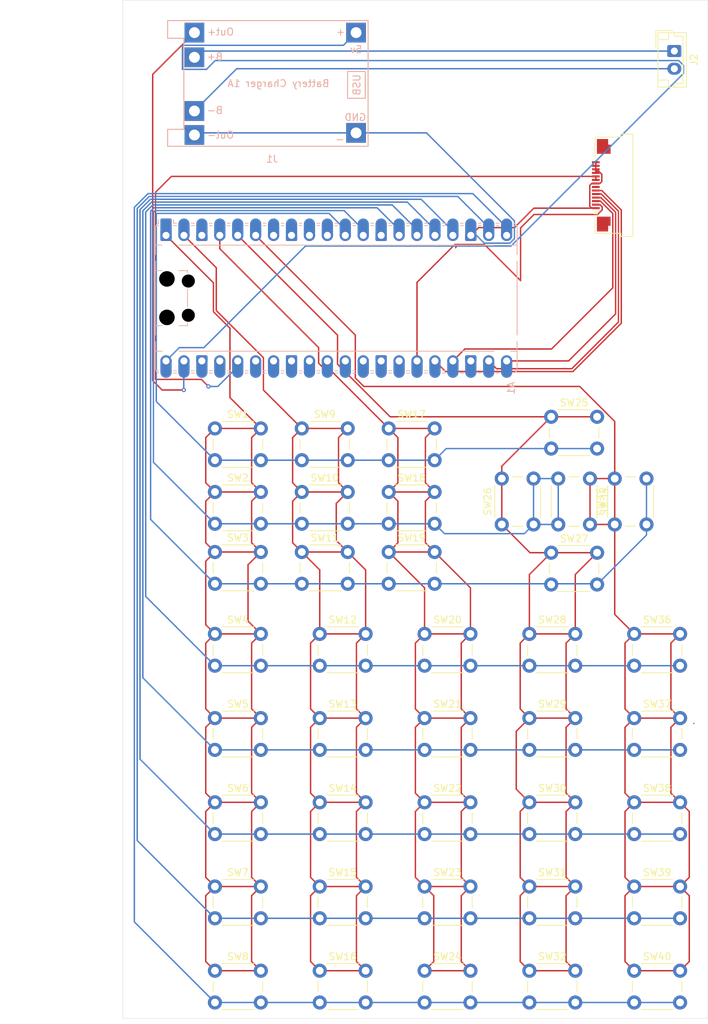
<source format=kicad_pcb>
(kicad_pcb (version 20241229) (generator "pcbnew") (generator_version "9.0")
  (layers (0 "F.Cu" signal) (2 "B.Cu" signal) (13 "F.Paste" user) (15 "B.Paste" user) (5 "F.SilkS" user "F.Silkscreen") (7 "B.SilkS" user "B.Silkscreen") (1 "F.Mask" user) (3 "B.Mask" user) (25 "Edge.Cuts" user))
  (net 0 "")
  (net 6 "/Vbus")
  (net 10 "/Vsys")
  (net 12 "/C1")
  (net 13 "/L1")
  (net 14 "/L2")
  (net 15 "/L3")
  (net 16 "/L4")
  (net 17 "/L5")
  (net 18 "/L6")
  (net 19 "/L7")
  (net 20 "/L8")
  (net 21 "/C2")
  (net 22 "/C3")
  (net 23 "/C4")
  (net 24 "/C5")
  (net 25 "/C6")
  (net 26 "/C7")
  (net 27 "/C8")
  (net 28 "/GPIO16")
  (net 29 "/GPIO19")
  (net 30 "+3V3")
  (net 31 "/GPIO20")
  (net 32 "/GPIO18")
  (net 33 "GND")
  (net 34 "/GPIO17")
  (net 35 "/B+")
  (net 36 "/B-")
  (footprint "Button_Switch_THT:SW_PUSH_6mm" (layer "F.Cu") (at 174.31625 150.81875)
    (property "Reference" "SW39")
    (property "Value" "53")
  )
  (footprint "Button_Switch_THT:SW_PUSH_6mm" (layer "F.Cu") (at 159.46625 138.89375)
    (property "Reference" "SW30")
    (property "Value" "46")
  )
  (footprint "Button_Switch_THT:SW_PUSH_6mm" (layer "F.Cu") (at 114.91625 115.04375)
    (property "Reference" "SW4")
    (property "Value" "14")
  )
  (footprint "Button_Switch_THT:SW_PUSH_6mm" (layer "F.Cu") (at 155.55625 99.54375 90)
    (property "Reference" "SW26")
    (property "Value" "42")
  )
  (footprint "Button_Switch_THT:SW_PUSH_6mm" (layer "F.Cu") (at 162.55625 84.29375)
    (property "Reference" "SW25")
    (property "Value" "41")
  )
  (footprint "Button_Switch_THT:SW_PUSH_6mm" (layer "F.Cu") (at 159.46625 115.04375)
    (property "Reference" "SW28")
    (property "Value" "44")
  )
  (footprint "Button_Switch_THT:SW_PUSH_6mm" (layer "F.Cu") (at 127.22625 103.44375)
    (property "Reference" "SW11")
    (property "Value" "23")
  )
  (footprint "Button_Switch_THT:SW_PUSH_6mm" (layer "F.Cu") (at 114.91625 126.96875)
    (property "Reference" "SW5")
    (property "Value" "15")
  )
  (footprint "Button_Switch_THT:SW_PUSH_6mm" (layer "F.Cu") (at 129.76625 150.81875)
    (property "Reference" "SW15")
    (property "Value" "27")
  )
  (footprint "Button_Switch_THT:SW_PUSH_6mm" (layer "F.Cu") (at 144.61625 150.81875)
    (property "Reference" "SW23")
    (property "Value" "37")
  )
  (footprint "Button_Switch_THT:SW_PUSH_6mm" (layer "F.Cu") (at 114.91625 162.74375)
    (property "Reference" "SW8")
    (property "Value" "18")
  )
  (footprint "Button_Switch_THT:SW_PUSH_6mm" (layer "F.Cu") (at 144.61625 115.04375)
    (property "Reference" "SW20")
    (property "Value" "34")
  )
  (footprint "Button_Switch_THT:SW_PUSH_6mm" (layer "F.Cu") (at 139.53625 94.94375)
    (property "Reference" "SW18")
    (property "Value" "32")
  )
  (footprint "Button_Switch_THT:SW_PUSH_6mm" (layer "F.Cu") (at 129.76625 126.96875)
    (property "Reference" "SW13")
    (property "Value" "25")
  )
  (footprint "Button_Switch_THT:SW_PUSH_6mm" (layer "F.Cu") (at 144.61625 126.96875)
    (property "Reference" "SW21")
    (property "Value" "35")
  )
  (footprint "Button_Switch_THT:SW_PUSH_6mm" (layer "F.Cu") (at 144.61625 162.74375)
    (property "Reference" "SW24")
    (property "Value" "38")
  )
  (footprint "Button_Switch_THT:SW_PUSH_6mm" (layer "F.Cu") (at 159.46625 162.74375)
    (property "Reference" "SW32")
    (property "Value" "48")
  )
  (footprint "Button_Switch_THT:SW_PUSH_6mm" (layer "F.Cu") (at 114.91625 85.94375)
    (property "Reference" "SW1")
    (property "Value" "11")
  )
  (footprint "Button_Switch_THT:SW_PUSH_6mm" (layer "F.Cu") (at 159.46625 150.81875)
    (property "Reference" "SW31")
    (property "Value" "47")
  )
  (footprint "Button_Switch_THT:SW_PUSH_6mm" (layer "F.Cu") (at 174.31625 162.74375)
    (property "Reference" "SW40")
    (property "Value" "58")
  )
  (footprint "Button_Switch_THT:SW_PUSH_6mm" (layer "F.Cu") (at 127.22625 85.94375)
    (property "Reference" "SW9")
    (property "Value" "21")
  )
  (footprint "Button_Switch_THT:SW_PUSH_6mm" (layer "F.Cu") (at 168.05625 93.04375 -90)
    (property "Reference" "SW34")
    (property "Value" "52")
  )
  (footprint "Button_Switch_THT:SW_PUSH_6mm" (layer "F.Cu") (at 162.55625 103.54375)
    (property "Reference" "SW27")
    (property "Value" "43")
  )
  (footprint "Button_Switch_THT:SW_PUSH_6mm" (layer "F.Cu") (at 129.76625 162.74375)
    (property "Reference" "SW16")
    (property "Value" "28")
  )
  (footprint "Button_Switch_THT:SW_PUSH_6mm" (layer "F.Cu") (at 139.53625 85.94375)
    (property "Reference" "SW17")
    (property "Value" "31")
  )
  (footprint "Button_Switch_THT:SW_PUSH_6mm" (layer "F.Cu") (at 174.31625 138.89375)
    (property "Reference" "SW38")
    (property "Value" "56")
  )
  (footprint "Button_Switch_THT:SW_PUSH_6mm" (layer "F.Cu") (at 139.53625 103.44375)
    (property "Reference" "SW19")
    (property "Value" "33")
  )
  (footprint "Button_Switch_THT:SW_PUSH_6mm" (layer "F.Cu") (at 174.31625 115.04375)
    (property "Reference" "SW36")
    (property "Value" "54")
  )
  (footprint "Button_Switch_THT:SW_PUSH_6mm" (layer "F.Cu") (at 129.76625 138.89375)
    (property "Reference" "SW14")
    (property "Value" "26")
  )
  (footprint "Button_Switch_THT:SW_PUSH_6mm" (layer "F.Cu") (at 114.91625 94.94375)
    (property "Reference" "SW2")
    (property "Value" "12")
  )
  (footprint "Button_Switch_THT:SW_PUSH_6mm" (layer "F.Cu") (at 144.61625 138.89375)
    (property "Reference" "SW22")
    (property "Value" "36")
  )
  (footprint "Connector_FFC-FPC:Amphenol_F32Q-1A7x1-11014_1x14-1MP_P0.5mm_Horizontal" (layer "F.Cu") (at 171.775 51.5 90)
    (property "Reference" "J4" (hide yes))
    (property "Value" "Conn_01x14_MountingPin")
  )
  (footprint "Button_Switch_THT:SW_PUSH_6mm" (layer "F.Cu") (at 129.76625 115.04375)
    (property "Reference" "SW12")
    (property "Value" "24")
  )
  (footprint "Connector_JST:JST_EH_B2B-EH-A_1x02_P2.50mm_Vertical" (layer "F.Cu") (at 180 32.5 -90)
    (property "Reference" "J2")
    (property "Value" "Battery")
  )
  (footprint "Button_Switch_THT:SW_PUSH_6mm" (layer "F.Cu") (at 114.91625 103.44375)
    (property "Reference" "SW3")
    (property "Value" "13")
  )
  (footprint "Button_Switch_THT:SW_PUSH_6mm" (layer "F.Cu") (at 114.91625 150.81875)
    (property "Reference" "SW7")
    (property "Value" "17")
  )
  (footprint "Button_Switch_THT:SW_PUSH_6mm" (layer "F.Cu") (at 159.46625 126.96875)
    (property "Reference" "SW29")
    (property "Value" "45")
  )
  (footprint "Button_Switch_THT:SW_PUSH_6mm" (layer "F.Cu") (at 114.91625 138.89375)
    (property "Reference" "SW6")
    (property "Value" "16")
  )
  (footprint "Button_Switch_THT:SW_PUSH_6mm" (layer "F.Cu") (at 171.55625 99.54375 90)
    (property "Reference" "SW35")
    (property "Value" "53")
  )
  (footprint "Button_Switch_THT:SW_PUSH_6mm" (layer "F.Cu") (at 127.22625 94.94375)
    (property "Reference" "SW10")
    (property "Value" "22")
  )
  (footprint "Button_Switch_THT:SW_PUSH_6mm" (layer "F.Cu") (at 174.31625 126.96875)
    (property "Reference" "SW37")
    (property "Value" "55")
  )
  (footprint "Module:RaspberryPi_Pico_Common_Unspecified" (layer "B.Cu") (at 132.11625 67.49375 -90)
    (property "Reference" "A1")
    (property "Value" "RaspberryPi_Pico")
  )
  (footprint "Library:TP4056-18650" (layer "B.Cu") (at 136.6125 28.1875 180)
    (property "Reference" "J1")
    (property "Value" "TP 4056-18650")
  )
  (gr_rect (start 101.86625 25.29375) (end 184.76625 169.49375) (stroke (width 0.05)) (fill no) (layer "Edge.Cuts"))
  (segment (start 113.7135 35.0885) (end 114.953 33.849) (width 0.2) (layer "B.Cu") (net 6))
  (segment (start 181.301 34.52324) (end 181.301 35.67315) (width 0.2) (layer "B.Cu") (net 6))
  (segment (start 133.1135 31.6865) (end 110.3115 31.6865) (width 0.2) (layer "B.Cu") (net 6))
  (segment (start 127.751168 60.10575) (end 113.356918 74.5) (width 0.2) (layer "B.Cu") (net 6))
  (segment (start 109.87 74.5) (end 107.98625 76.38375) (width 0.2) (layer "B.Cu") (net 6))
  (segment (start 180.62676 33.849) (end 181.301 34.52324) (width 0.2) (layer "B.Cu") (net 6))
  (segment (start 110.3115 35.0885) (end 113.7135 35.0885) (width 0.2) (layer "B.Cu") (net 6))
  (segment (start 110.3115 31.6865) (end 110.3115 35.0885) (width 0.2) (layer "B.Cu") (net 6))
  (segment (start 181.301 35.67315) (end 156.8684 60.10575) (width 0.2) (layer "B.Cu") (net 6))
  (segment (start 156.8684 60.10575) (end 127.751168 60.10575) (width 0.2) (layer "B.Cu") (net 6))
  (segment (start 114.953 33.849) (end 180.62676 33.849) (width 0.2) (layer "B.Cu") (net 6))
  (segment (start 113.356918 74.5) (end 109.87 74.5) (width 0.2) (layer "B.Cu") (net 6))
  (segment (start 134.9125 29.8875) (end 133.1135 31.6865) (width 0.2) (layer "B.Cu") (net 6))
  (segment (start 106.099 79.1661) (end 106.099 35.801) (width 0.2) (layer "F.Cu") (net 10))
  (segment (start 107.4329 80.5) (end 106.099 79.1661) (width 0.2) (layer "F.Cu") (net 10))
  (segment (start 106.099 35.801) (end 112.0125 29.8875) (width 0.2) (layer "F.Cu") (net 10))
  (segment (start 110.5 80.5) (end 107.4329 80.5) (width 0.2) (layer "F.Cu") (net 10))
  (via (at 110.5 80.5) (size 0.6) (drill 0.3) (layers "F.Cu" "B.Cu") (net 10))
  (segment (start 110.52625 76.38375) (end 110.5 76.41) (width 0.2) (layer "B.Cu") (net 10))
  (segment (start 110.52625 76.38375) (end 110.52625 77.51512) (width 0.2) (layer "B.Cu") (net 10))
  (segment (start 110.5 76.41) (end 110.5 80.5) (width 0.2) (layer "B.Cu") (net 10))
  (segment (start 114.91625 115.04375) (end 113.61525 113.74275) (width 0.2) (layer "F.Cu") (net 12))
  (segment (start 121.41625 85.94375) (end 114.91625 85.94375) (width 0.2) (layer "F.Cu") (net 12))
  (segment (start 120.11525 116.34475) (end 121.41625 115.04375) (width 0.2) (layer "F.Cu") (net 12))
  (segment (start 120.11525 152.11975) (end 121.41625 150.81875) (width 0.2) (layer "F.Cu") (net 12))
  (segment (start 114.91625 138.89375) (end 121.41625 138.89375) (width 0.2) (layer "F.Cu") (net 12))
  (segment (start 120.11525 102.14275) (end 120.11525 96.24475) (width 0.2) (layer "F.Cu") (net 12))
  (segment (start 121.41625 162.74375) (end 114.91625 162.74375) (width 0.2) (layer "F.Cu") (net 12))
  (segment (start 114.91625 115.04375) (end 121.41625 115.04375) (width 0.2) (layer "F.Cu") (net 12))
  (segment (start 114.91625 162.74375) (end 113.61525 161.44275) (width 0.2) (layer "F.Cu") (net 12))
  (segment (start 121.41625 103.44375) (end 120.11525 102.14275) (width 0.2) (layer "F.Cu") (net 12))
  (segment (start 113.61525 104.74475) (end 114.91625 103.44375) (width 0.2) (layer "F.Cu") (net 12))
  (segment (start 113.61525 96.24475) (end 114.91625 94.94375) (width 0.2) (layer "F.Cu") (net 12))
  (segment (start 120.11525 87.24475) (end 121.41625 85.94375) (width 0.2) (layer "F.Cu") (net 12))
  (segment (start 113.61525 137.59275) (end 113.61525 128.26975) (width 0.2) (layer "F.Cu") (net 12))
  (segment (start 113.61525 125.66775) (end 113.61525 116.34475) (width 0.2) (layer "F.Cu") (net 12))
  (segment (start 120.11525 128.26975) (end 121.41625 126.96875) (width 0.2) (layer "F.Cu") (net 12))
  (segment (start 120.11525 93.64275) (end 120.11525 87.24475) (width 0.2) (layer "F.Cu") (net 12))
  (segment (start 121.41625 150.81875) (end 120.11525 149.51775) (width 0.2) (layer "F.Cu") (net 12))
  (segment (start 114.91625 150.81875) (end 113.61525 149.51775) (width 0.2) (layer "F.Cu") (net 12))
  (segment (start 119.60625 113.23375) (end 119.60625 105.25375) (width 0.2) (layer "F.Cu") (net 12))
  (segment (start 117.04525 71.7528) (end 117.04525 81.57275) (width 0.2) (layer "F.Cu") (net 12))
  (segment (start 119.60625 105.25375) (end 121.41625 103.44375) (width 0.2) (layer "F.Cu") (net 12))
  (segment (start 113.61525 102.14275) (end 113.61525 96.24475) (width 0.2) (layer "F.Cu") (net 12))
  (segment (start 120.11525 96.24475) (end 121.41625 94.94375) (width 0.2) (layer "F.Cu") (net 12))
  (segment (start 114.91625 94.94375) (end 113.61525 93.64275) (width 0.2) (layer "F.Cu") (net 12))
  (segment (start 113.61525 113.74275) (end 113.61525 104.74475) (width 0.2) (layer "F.Cu") (net 12))
  (segment (start 114.91625 126.96875) (end 121.41625 126.96875) (width 0.2) (layer "F.Cu") (net 12))
  (segment (start 121.41625 126.96875) (end 120.11525 125.66775) (width 0.2) (layer "F.Cu") (net 12))
  (segment (start 113.61525 161.44275) (end 113.61525 152.11975) (width 0.2) (layer "F.Cu") (net 12))
  (segment (start 114.91625 94.94375) (end 121.41625 94.94375) (width 0.2) (layer "F.Cu") (net 12))
  (segment (start 114.91625 103.44375) (end 121.41625 103.44375) (width 0.2) (layer "F.Cu") (net 12))
  (segment (start 113.61525 93.64275) (end 113.61525 87.24475) (width 0.2) (layer "F.Cu") (net 12))
  (segment (start 117.04525 81.57275) (end 121.41625 85.94375) (width 0.2) (layer "F.Cu") (net 12))
  (segment (start 114.91625 138.89375) (end 113.61525 137.59275) (width 0.2) (layer "F.Cu") (net 12))
  (segment (start 120.11525 125.66775) (end 120.11525 116.34475) (width 0.2) (layer "F.Cu") (net 12))
  (segment (start 121.41625 138.89375) (end 120.11525 137.59275) (width 0.2) (layer "F.Cu") (net 12))
  (segment (start 120.11525 140.19475) (end 121.41625 138.89375) (width 0.2) (layer "F.Cu") (net 12))
  (segment (start 113.61525 116.34475) (end 114.91625 115.04375) (width 0.2) (layer "F.Cu") (net 12))
  (segment (start 113.61525 140.19475) (end 114.91625 138.89375) (width 0.2) (layer "F.Cu") (net 12))
  (segment (start 120.11525 137.59275) (end 120.11525 128.26975) (width 0.2) (layer "F.Cu") (net 12))
  (segment (start 113.61525 152.11975) (end 114.91625 150.81875) (width 0.2) (layer "F.Cu") (net 12))
  (segment (start 114.91625 150.81875) (end 121.41625 150.81875) (width 0.2) (layer "F.Cu") (net 12))
  (segment (start 121.41625 94.94375) (end 120.11525 93.64275) (width 0.2) (layer "F.Cu") (net 12))
  (segment (start 113.61525 87.24475) (end 114.91625 85.94375) (width 0.2) (layer "F.Cu") (net 12))
  (segment (start 113.61525 149.51775) (end 113.61525 140.19475) (width 0.2) (layer "F.Cu") (net 12))
  (segment (start 114.91625 126.96875) (end 113.61525 125.66775) (width 0.2) (layer "F.Cu") (net 12))
  (segment (start 120.11525 149.51775) (end 120.11525 140.19475) (width 0.2) (layer "F.Cu") (net 12))
  (segment (start 121.41625 162.74375) (end 120.11525 161.44275) (width 0.2) (layer "F.Cu") (net 12))
  (segment (start 114.70525 69.4128) (end 117.04525 71.7528) (width 0.2) (layer "F.Cu") (net 12))
  (segment (start 114.91625 85.94375) (end 115.10625 85.75375) (width 0.2) (layer "F.Cu") (net 12))
  (segment (start 114.91625 103.44375) (end 113.61525 102.14275) (width 0.2) (layer "F.Cu") (net 12))
  (segment (start 114.70525 65.32275) (end 114.70525 69.4128) (width 0.2) (layer "F.Cu") (net 12))
  (segment (start 120.11525 161.44275) (end 120.11525 152.11975) (width 0.2) (layer "F.Cu") (net 12))
  (segment (start 121.41625 115.04375) (end 119.60625 113.23375) (width 0.2) (layer "F.Cu") (net 12))
  (segment (start 107.98625 58.60375) (end 114.70525 65.32275) (width 0.2) (layer "F.Cu") (net 12))
  (segment (start 113.61525 128.26975) (end 114.91625 126.96875) (width 0.2) (layer "F.Cu") (net 12))
  (segment (start 151.46062 52.68675) (end 105.44355 52.68675) (width 0.2) (layer "B.Cu") (net 13))
  (segment (start 103.50225 54.62805) (end 103.50225 155.82975) (width 0.2) (layer "B.Cu") (net 13))
  (segment (start 156.24625 58.60375) (end 156.24625 57.47238) (width 0.2) (layer "B.Cu") (net 13))
  (segment (start 103.50225 155.82975) (end 114.91625 167.24375) (width 0.2) (layer "B.Cu") (net 13))
  (segment (start 156.24625 57.47238) (end 151.46062 52.68675) (width 0.2) (layer "B.Cu") (net 13))
  (segment (start 105.44355 52.68675) (end 103.50225 54.62805) (width 0.2) (layer "B.Cu") (net 13))
  (segment (start 180.81625 167.24375) (end 114.91625 167.24375) (width 0.2) (layer "B.Cu") (net 13))
  (segment (start 103.90325 54.79415) (end 105.60965 53.08775) (width 0.2) (layer "B.Cu") (net 14))
  (segment (start 105.60965 53.08775) (end 149.32162 53.08775) (width 0.2) (layer "B.Cu") (net 14))
  (segment (start 114.91625 155.31875) (end 103.90325 144.30575) (width 0.2) (layer "B.Cu") (net 14))
  (segment (start 103.90325 144.30575) (end 103.90325 54.79415) (width 0.2) (layer "B.Cu") (net 14))
  (segment (start 149.32162 53.08775) (end 153.70625 57.47238) (width 0.2) (layer "B.Cu") (net 14))
  (segment (start 153.70625 57.47238) (end 153.70625 58.60375) (width 0.2) (layer "B.Cu") (net 14))
  (segment (start 180.81625 155.31875) (end 114.91625 155.31875) (width 0.2) (layer "B.Cu") (net 14))
  (segment (start 104.30425 54.96025) (end 104.30425 132.78175) (width 0.2) (layer "B.Cu") (net 15))
  (segment (start 104.30425 132.78175) (end 114.91625 143.39375) (width 0.2) (layer "B.Cu") (net 15))
  (segment (start 180.81625 143.39375) (end 114.91625 143.39375) (width 0.2) (layer "B.Cu") (net 15))
  (segment (start 148.62625 57.9867) (end 144.1283 53.48875) (width 0.2) (layer "B.Cu") (net 15))
  (segment (start 105.77575 53.48875) (end 104.30425 54.96025) (width 0.2) (layer "B.Cu") (net 15))
  (segment (start 144.1283 53.48875) (end 105.77575 53.48875) (width 0.2) (layer "B.Cu") (net 15))
  (segment (start 148.62625 58.60375) (end 148.62625 57.9867) (width 0.2) (layer "B.Cu") (net 15))
  (segment (start 104.70525 121.25775) (end 104.70525 55.12635) (width 0.2) (layer "B.Cu") (net 16))
  (segment (start 142.17225 53.88975) (end 146.08625 57.80375) (width 0.2) (layer "B.Cu") (net 16))
  (segment (start 180.81625 131.46875) (end 114.91625 131.46875) (width 0.2) (layer "B.Cu") (net 16))
  (segment (start 105.94185 53.88975) (end 142.17225 53.88975) (width 0.2) (layer "B.Cu") (net 16))
  (segment (start 114.91625 131.46875) (end 104.70525 121.25775) (width 0.2) (layer "B.Cu") (net 16))
  (segment (start 104.70525 55.12635) (end 105.94185 53.88975) (width 0.2) (layer "B.Cu") (net 16))
  (segment (start 143.54625 57.80375) (end 140.03325 54.29075) (width 0.2) (layer "B.Cu") (net 17))
  (segment (start 105.10625 109.73375) (end 114.91625 119.54375) (width 0.2) (layer "B.Cu") (net 17))
  (segment (start 140.03325 54.29075) (end 106.10795 54.29075) (width 0.2) (layer "B.Cu") (net 17))
  (segment (start 105.10625 55.29245) (end 105.10625 109.73375) (width 0.2) (layer "B.Cu") (net 17))
  (segment (start 106.10795 54.29075) (end 105.10625 55.29245) (width 0.2) (layer "B.Cu") (net 17))
  (segment (start 114.91625 119.54375) (end 180.81625 119.54375) (width 0.2) (layer "B.Cu") (net 17))
  (segment (start 169.05625 108.04375) (end 176.05625 101.04375) (width 0.2) (layer "B.Cu") (net 18))
  (segment (start 146.03625 107.94375) (end 168.95625 107.94375) (width 0.2) (layer "B.Cu") (net 18))
  (segment (start 176.05625 99.54375) (end 176.05625 93.04375) (width 0.2) (layer "B.Cu") (net 18))
  (segment (start 105.80425 98.83175) (end 105.80425 55.16155) (width 0.2) (layer "B.Cu") (net 18))
  (segment (start 114.91625 107.94375) (end 105.80425 98.83175) (width 0.2) (layer "B.Cu") (net 18))
  (segment (start 114.91625 107.94375) (end 146.03625 107.94375) (width 0.2) (layer "B.Cu") (net 18))
  (segment (start 105.80425 55.16155) (end 106.27405 54.69175) (width 0.2) (layer "B.Cu") (net 18))
  (segment (start 106.27405 54.69175) (end 137.89425 54.69175) (width 0.2) (layer "B.Cu") (net 18))
  (segment (start 137.89425 54.69175) (end 141.00625 57.80375) (width 0.2) (layer "B.Cu") (net 18))
  (segment (start 168.95625 107.94375) (end 169.05625 108.04375) (width 0.2) (layer "B.Cu") (net 18))
  (segment (start 176.05625 101.04375) (end 176.05625 99.54375) (width 0.2) (layer "B.Cu") (net 18))
  (segment (start 146.03625 99.44375) (end 147.43725 100.84475) (width 0.2) (layer "B.Cu") (net 19))
  (segment (start 158.75525 100.84475) (end 160.05625 99.54375) (width 0.2) (layer "B.Cu") (net 19))
  (segment (start 106.20525 55.32765) (end 106.20525 90.73275) (width 0.2) (layer "B.Cu") (net 19))
  (segment (start 106.44015 55.09275) (end 106.20525 55.32765) (width 0.2) (layer "B.Cu") (net 19))
  (segment (start 160.05625 93.04375) (end 163.55625 93.04375) (width 0.2) (layer "B.Cu") (net 19))
  (segment (start 160.05625 99.54375) (end 160.05625 93.04375) (width 0.2) (layer "B.Cu") (net 19))
  (segment (start 106.20525 90.73275) (end 114.91625 99.44375) (width 0.2) (layer "B.Cu") (net 19))
  (segment (start 147.43725 100.84475) (end 158.75525 100.84475) (width 0.2) (layer "B.Cu") (net 19))
  (segment (start 163.55625 93.04375) (end 163.55625 99.54375) (width 0.2) (layer "B.Cu") (net 19))
  (segment (start 135.92625 57.80375) (end 133.21525 55.09275) (width 0.2) (layer "B.Cu") (net 19))
  (segment (start 163.55625 99.54375) (end 160.05625 99.54375) (width 0.2) (layer "B.Cu") (net 19))
  (segment (start 114.91625 99.44375) (end 146.03625 99.44375) (width 0.2) (layer "B.Cu") (net 19))
  (segment (start 133.21525 55.09275) (end 106.44015 55.09275) (width 0.2) (layer "B.Cu") (net 19))
  (segment (start 114.91625 90.44375) (end 146.03625 90.44375) (width 0.2) (layer "B.Cu") (net 20))
  (segment (start 114.91625 90.44375) (end 106.60625 82.13375) (width 0.2) (layer "B.Cu") (net 20))
  (segment (start 147.68625 88.79375) (end 169.05625 88.79375) (width 0.2) (layer "B.Cu") (net 20))
  (segment (start 106.60625 55.49375) (end 131.07625 55.49375) (width 0.2) (layer "B.Cu") (net 20))
  (segment (start 106.60625 82.13375) (end 106.60625 55.49375) (width 0.2) (layer "B.Cu") (net 20))
  (segment (start 131.07625 55.49375) (end 133.38625 57.80375) (width 0.2) (layer "B.Cu") (net 20))
  (segment (start 146.03625 90.44375) (end 147.68625 88.79375) (width 0.2) (layer "B.Cu") (net 20))
  (segment (start 134.96525 149.51775) (end 134.96525 140.19475) (width 0.2) (layer "F.Cu") (net 21))
  (segment (start 128.46525 152.11975) (end 129.76625 150.81875) (width 0.2) (layer "F.Cu") (net 21))
  (segment (start 129.76625 150.81875) (end 128.46525 149.51775) (width 0.2) (layer "F.Cu") (net 21))
  (segment (start 133.72625 103.44375) (end 132.10625 101.82375) (width 0.2) (layer "F.Cu") (net 21))
  (segment (start 133.72625 85.94375) (end 127.22625 85.94375) (width 0.2) (layer "F.Cu") (net 21))
  (segment (start 132.42525 87.24475) (end 133.72625 85.94375) (width 0.2) (layer "F.Cu") (net 21))
  (segment (start 127.22625 103.44375) (end 125.92525 102.14275) (width 0.2) (layer "F.Cu") (net 21))
  (segment (start 115.10625 63.18375) (end 110.52625 58.60375) (width 0.2) (layer "F.Cu") (net 21))
  (segment (start 136.26625 150.81875) (end 134.96525 149.51775) (width 0.2) (layer "F.Cu") (net 21))
  (segment (start 128.46525 125.66775) (end 128.46525 116.34475) (width 0.2) (layer "F.Cu") (net 21))
  (segment (start 129.76625 115.04375) (end 129.76625 105.98375) (width 0.2) (layer "F.Cu") (net 21))
  (segment (start 133.72625 103.44375) (end 127.22625 103.44375) (width 0.2) (layer "F.Cu") (net 21))
  (segment (start 132.10625 96.56375) (end 133.72625 94.94375) (width 0.2) (layer "F.Cu") (net 21))
  (segment (start 134.96525 140.19475) (end 136.26625 138.89375) (width 0.2) (layer "F.Cu") (net 21))
  (segment (start 128.46525 161.44275) (end 128.46525 152.11975) (width 0.2) (layer "F.Cu") (net 21))
  (segment (start 128.46525 116.34475) (end 129.76625 115.04375) (width 0.2) (layer "F.Cu") (net 21))
  (segment (start 125.92525 93.64275) (end 125.92525 87.24475) (width 0.2) (layer "F.Cu") (net 21))
  (segment (start 136.26625 105.98375) (end 133.72625 103.44375) (width 0.2) (layer "F.Cu") (net 21))
  (segment (start 129.76625 162.74375) (end 136.26625 162.74375) (width 0.2) (layer "F.Cu") (net 21))
  (segment (start 129.76625 138.89375) (end 128.46525 137.59275) (width 0.2) (layer "F.Cu") (net 21))
  (segment (start 136.26625 162.74375) (end 134.96525 161.44275) (width 0.2) (layer "F.Cu") (net 21))
  (segment (start 136.26625 115.04375) (end 129.76625 115.04375) (width 0.2) (layer "F.Cu") (net 21))
  (segment (start 128.46525 149.51775) (end 128.46525 140.19475) (width 0.2) (layer "F.Cu") (net 21))
  (segment (start 125.92525 102.14275) (end 125.92525 96.24475) (width 0.2) (layer "F.Cu") (net 21))
  (segment (start 133.72625 94.94375) (end 132.42525 93.64275) (width 0.2) (layer "F.Cu") (net 21))
  (segment (start 125.92525 87.24475) (end 127.22625 85.94375) (width 0.2) (layer "F.Cu") (net 21))
  (segment (start 134.96525 116.34475) (end 136.26625 115.04375) (width 0.2) (layer "F.Cu") (net 21))
  (segment (start 133.72625 94.94375) (end 127.22625 94.94375) (width 0.2) (layer "F.Cu") (net 21))
  (segment (start 132.10625 101.82375) (end 132.10625 96.56375) (width 0.2) (layer "F.Cu") (net 21))
  (segment (start 134.96525 128.26975) (end 136.26625 126.96875) (width 0.2) (layer "F.Cu") (net 21))
  (segment (start 125.92525 96.24475) (end 127.22625 94.94375) (width 0.2) (layer "F.Cu") (net 21))
  (segment (start 129.76625 162.74375) (end 128.46525 161.44275) (width 0.2) (layer "F.Cu") (net 21))
  (segment (start 128.46525 140.19475) (end 129.76625 138.89375) (width 0.2) (layer "F.Cu") (net 21))
  (segment (start 129.76625 105.98375) (end 127.22625 103.44375) (width 0.2) (layer "F.Cu") (net 21))
  (segment (start 115.10625 69.2467) (end 115.10625 63.18375) (width 0.2) (layer "F.Cu") (net 21))
  (segment (start 134.96525 137.59275) (end 134.96525 128.26975) (width 0.2) (layer "F.Cu") (net 21))
  (segment (start 129.76625 150.81875) (end 136.26625 150.81875) (width 0.2) (layer "F.Cu") (net 21))
  (segment (start 136.26625 126.96875) (end 129.76625 126.96875) (width 0.2) (layer "F.Cu") (net 21))
  (segment (start 136.26625 126.96875) (end 134.96525 125.66775) (width 0.2) (layer "F.Cu") (net 21))
  (segment (start 134.96525 125.66775) (end 134.96525 116.34475) (width 0.2) (layer "F.Cu") (net 21))
  (segment (start 121.78725 80.50475) (end 121.78725 75.9277) (width 0.2) (layer "F.Cu") (net 21))
  (segment (start 132.42525 93.64275) (end 132.42525 87.24475) (width 0.2) (layer "F.Cu") (net 21))
  (segment (start 121.78725 75.9277) (end 115.10625 69.2467) (width 0.2) (layer "F.Cu") (net 21))
  (segment (start 127.22625 94.94375) (end 125.92525 93.64275) (width 0.2) (layer "F.Cu") (net 21))
  (segment (start 127.22625 85.94375) (end 121.78725 80.50475) (width 0.2) (layer "F.Cu") (net 21))
  (segment (start 136.26625 115.04375) (end 136.26625 105.98375) (width 0.2) (layer "F.Cu") (net 21))
  (segment (start 129.76625 126.96875) (end 128.46525 125.66775) (width 0.2) (layer "F.Cu") (net 21))
  (segment (start 136.26625 138.89375) (end 134.96525 137.59275) (width 0.2) (layer "F.Cu") (net 21))
  (segment (start 136.26625 138.89375) (end 129.76625 138.89375) (width 0.2) (layer "F.Cu") (net 21))
  (segment (start 128.46525 137.59275) (end 128.46525 128.26975) (width 0.2) (layer "F.Cu") (net 21))
  (segment (start 134.96525 161.44275) (end 134.96525 152.11975) (width 0.2) (layer "F.Cu") (net 21))
  (segment (start 134.96525 152.11975) (end 136.26625 150.81875) (width 0.2) (layer "F.Cu") (net 21))
  (segment (start 128.46525 128.26975) (end 129.76625 126.96875) (width 0.2) (layer "F.Cu") (net 21))
  (segment (start 146.03625 94.94375) (end 139.53625 94.94375) (width 0.2) (layer "F.Cu") (net 22))
  (segment (start 139.53625 85.94375) (end 146.03625 85.94375) (width 0.2) (layer "F.Cu") (net 22))
  (segment (start 146.03625 94.56375) (end 146.10625 94.49375) (width 0.2) (layer "F.Cu") (net 22))
  (segment (start 144.61625 150.81875) (end 143.31525 149.51775) (width 0.2) (layer "F.Cu") (net 22))
  (segment (start 139.53625 94.94375) (end 140.83725 93.64275) (width 0.2) (layer "F.Cu") (net 22))
  (segment (start 115.60625 60.49375) (end 129.60625 74.49375) (width 0.2) (layer "F.Cu") (net 22))
  (segment (start 146.03625 94.94375) (end 144.73525 93.64275) (width 0.2) (layer "F.Cu") (net 22))
  (segment (start 151.11625 115.04375) (end 151.11625 108.52375) (width 0.2) (layer "F.Cu") (net 22))
  (segment (start 145.91725 161.44275) (end 145.91725 152.11975) (width 0.2) (layer "F.Cu") (net 22))
  (segment (start 146.03625 103.44375) (end 139.53625 103.44375) (width 0.2) (layer "F.Cu") (net 22))
  (segment (start 149.81525 128.26975) (end 151.11625 126.96875) (width 0.2) (layer "F.Cu") (net 22))
  (segment (start 144.61625 162.74375) (end 151.11625 162.74375) (width 0.2) (layer "F.Cu") (net 22))
  (segment (start 140.83725 93.64275) (end 140.83725 87.24475) (width 0.2) (layer "F.Cu") (net 22))
  (segment (start 143.31525 140.19475) (end 144.61625 138.89375) (width 0.2) (layer "F.Cu") (net 22))
  (segment (start 146.03625 94.94375) (end 146.03625 94.56375) (width 0.2) (layer "F.Cu") (net 22))
  (segment (start 140.83725 96.24475) (end 139.53625 94.94375) (width 0.2) (layer "F.Cu") (net 22))
  (segment (start 151.11625 126.96875) (end 149.81525 125.66775) (width 0.2) (layer "F.Cu") (net 22))
  (segment (start 145.91725 152.11975) (end 144.61625 150.81875) (width 0.2) (layer "F.Cu") (net 22))
  (segment (start 151.11625 150.81875) (end 149.81525 149.51775) (width 0.2) (layer "F.Cu") (net 22))
  (segment (start 149.81525 161.44275) (end 149.81525 152.11975) (width 0.2) (layer "F.Cu") (net 22))
  (segment (start 151.11625 115.04375) (end 144.61625 115.04375) (width 0.2) (layer "F.Cu") (net 22))
  (segment (start 143.31525 125.66775) (end 143.31525 116.34475) (width 0.2) (layer "F.Cu") (net 22))
  (segment (start 144.61625 115.04375) (end 144.61625 108.52375) (width 0.2) (layer "F.Cu") (net 22))
  (segment (start 129.60625 76.7008) (end 130.3952 77.48975) (width 0.2) (layer "F.Cu") (net 22))
  (segment (start 151.11625 138.89375) (end 144.61625 138.89375) (width 0.2) (layer "F.Cu") (net 22))
  (segment (start 146.03625 103.44375) (end 144.73525 102.14275) (width 0.2) (layer "F.Cu") (net 22))
  (segment (start 129.60625 74.49375) (end 129.60625 76.7008) (width 0.2) (layer "F.Cu") (net 22))
  (segment (start 140.83725 102.14275) (end 140.83725 96.24475) (width 0.2) (layer "F.Cu") (net 22))
  (segment (start 144.73525 102.14275) (end 144.73525 96.24475) (width 0.2) (layer "F.Cu") (net 22))
  (segment (start 131.08225 77.48975) (end 139.53625 85.94375) (width 0.2) (layer "F.Cu") (net 22))
  (segment (start 151.11625 150.81875) (end 144.61625 150.81875) (width 0.2) (layer "F.Cu") (net 22))
  (segment (start 149.81525 137.59275) (end 149.81525 128.26975) (width 0.2) (layer "F.Cu") (net 22))
  (segment (start 151.11625 138.89375) (end 149.81525 137.59275) (width 0.2) (layer "F.Cu") (net 22))
  (segment (start 144.73525 96.24475) (end 146.03625 94.94375) (width 0.2) (layer "F.Cu") (net 22))
  (segment (start 149.81525 149.51775) (end 149.81525 140.19475) (width 0.2) (layer "F.Cu") (net 22))
  (segment (start 139.53625 103.44375) (end 140.83725 102.14275) (width 0.2) (layer "F.Cu") (net 22))
  (segment (start 144.61625 162.74375) (end 145.91725 161.44275) (width 0.2) (layer "F.Cu") (net 22))
  (segment (start 115.60625 58.60375) (end 115.60625 60.49375) (width 0.2) (layer "F.Cu") (net 22))
  (segment (start 149.81525 125.66775) (end 149.81525 116.34475) (width 0.2) (layer "F.Cu") (net 22))
  (segment (start 151.11625 126.96875) (end 144.61625 126.96875) (width 0.2) (layer "F.Cu") (net 22))
  (segment (start 149.81525 116.34475) (end 151.11625 115.04375) (width 0.2) (layer "F.Cu") (net 22))
  (segment (start 143.31525 128.26975) (end 144.61625 126.96875) (width 0.2) (layer "F.Cu") (net 22))
  (segment (start 143.31525 149.51775) (end 143.31525 140.19475) (width 0.2) (layer "F.Cu") (net 22))
  (segment (start 149.81525 152.11975) (end 151.11625 150.81875) (width 0.2) (layer "F.Cu") (net 22))
  (segment (start 143.31525 116.34475) (end 144.61625 115.04375) (width 0.2) (layer "F.Cu") (net 22))
  (segment (start 151.11625 108.52375) (end 146.03625 103.44375) (width 0.2) (layer "F.Cu") (net 22))
  (segment (start 140.83725 87.24475) (end 139.53625 85.94375) (width 0.2) (layer "F.Cu") (net 22))
  (segment (start 144.61625 138.89375) (end 143.31525 137.59275) (width 0.2) (layer "F.Cu") (net 22))
  (segment (start 144.61625 108.52375) (end 139.53625 103.44375) (width 0.2) (layer "F.Cu") (net 22))
  (segment (start 151.11625 162.74375) (end 149.81525 161.44275) (width 0.2) (layer "F.Cu") (net 22))
  (segment (start 130.3952 77.48975) (end 131.08225 77.48975) (width 0.2) (layer "F.Cu") (net 22))
  (segment (start 149.81525 140.19475) (end 151.11625 138.89375) (width 0.2) (layer "F.Cu") (net 22))
  (segment (start 144.73525 93.64275) (end 144.73525 87.24475) (width 0.2) (layer "F.Cu") (net 22))
  (segment (start 144.61625 126.96875) (end 143.31525 125.66775) (width 0.2) (layer "F.Cu") (net 22))
  (segment (start 143.31525 137.59275) (end 143.31525 128.26975) (width 0.2) (layer "F.Cu") (net 22))
  (segment (start 144.73525 87.24475) (end 146.03625 85.94375) (width 0.2) (layer "F.Cu") (net 22))
  (segment (start 159.46625 162.74375) (end 158.16525 161.44275) (width 0.2) (layer "F.Cu") (net 23))
  (segment (start 165.96625 138.89375) (end 164.66525 137.59275) (width 0.2) (layer "F.Cu") (net 23))
  (segment (start 159.46625 106.63375) (end 159.46625 115.04375) (width 0.2) (layer "F.Cu") (net 23))
  (segment (start 162.55625 103.54375) (end 159.55625 103.54375) (width 0.2) (layer "F.Cu") (net 23))
  (segment (start 165.96625 126.96875) (end 164.66525 125.66775) (width 0.2) (layer "F.Cu") (net 23))
  (segment (start 159.46625 138.89375) (end 157.60625 137.03375) (width 0.2) (layer "F.Cu") (net 23))
  (segment (start 158.16525 161.44275) (end 158.16525 152.11975) (width 0.2) (layer "F.Cu") (net 23))
  (segment (start 164.66525 125.66775) (end 164.66525 116.34475) (width 0.2) (layer "F.Cu") (net 23))
  (segment (start 158.16525 152.11975) (end 159.46625 150.81875) (width 0.2) (layer "F.Cu") (net 23))
  (segment (start 162.55625 84.29375) (end 169.05625 84.29375) (width 0.2) (layer "F.Cu") (net 23))
  (segment (start 139.7392 84.29375) (end 132.28525 76.8398) (width 0.2) (layer "F.Cu") (net 23))
  (segment (start 158.16525 116.34475) (end 159.46625 115.04375) (width 0.2) (layer "F.Cu") (net 23))
  (segment (start 164.66525 128.26975) (end 165.96625 126.96875) (width 0.2) (layer "F.Cu") (net 23))
  (segment (start 158.16525 140.19475) (end 159.46625 138.89375) (width 0.2) (layer "F.Cu") (net 23))
  (segment (start 165.96625 126.96875) (end 159.46625 126.96875) (width 0.2) (layer "F.Cu") (net 23))
  (segment (start 164.66525 161.44275) (end 164.66525 152.11975) (width 0.2) (layer "F.Cu") (net 23))
  (segment (start 162.55625 103.54375) (end 169.05625 103.54375) (width 0.2) (layer "F.Cu") (net 23))
  (segment (start 159.46625 162.74375) (end 165.96625 162.74375) (width 0.2) (layer "F.Cu") (net 23))
  (segment (start 162.55625 103.54375) (end 159.46625 106.63375) (width 0.2) (layer "F.Cu") (net 23))
  (segment (start 165.96625 138.89375) (end 159.46625 138.89375) (width 0.2) (layer "F.Cu") (net 23))
  (segment (start 159.55625 103.54375) (end 155.55625 99.54375) (width 0.2) (layer "F.Cu") (net 23))
  (segment (start 158.16525 149.51775) (end 158.16525 140.19475) (width 0.2) (layer "F.Cu") (net 23))
  (segment (start 157.60625 137.03375) (end 157.60625 128.82875) (width 0.2) (layer "F.Cu") (net 23))
  (segment (start 155.55625 99.54375) (end 155.55625 93.04375) (width 0.2) (layer "F.Cu") (net 23))
  (segment (start 132.28525 76.8398) (end 132.28525 72.74275) (width 0.2) (layer "F.Cu") (net 23))
  (segment (start 164.66525 149.51775) (end 164.66525 140.19475) (width 0.2) (layer "F.Cu") (net 23))
  (segment (start 165.96625 115.04375) (end 165.96625 106.63375) (width 0.2) (layer "F.Cu") (net 23))
  (segment (start 155.55625 91.29375) (end 162.55625 84.29375) (width 0.2) (layer "F.Cu") (net 23))
  (segment (start 155.55625 93.04375) (end 155.55625 91.29375) (width 0.2) (layer "F.Cu") (net 23))
  (segment (start 165.96625 162.74375) (end 164.66525 161.44275) (width 0.2) (layer "F.Cu") (net 23))
  (segment (start 158.16525 125.66775) (end 158.16525 116.34475) (width 0.2) (layer "F.Cu") (net 23))
  (segment (start 165.96625 150.81875) (end 159.46625 150.81875) (width 0.2) (layer "F.Cu") (net 23))
  (segment (start 132.28525 72.74275) (end 118.14625 58.60375) (width 0.2) (layer "F.Cu") (net 23))
  (segment (start 164.66525 116.34475) (end 165.96625 115.04375) (width 0.2) (layer "F.Cu") (net 23))
  (segment (start 159.46625 150.81875) (end 158.16525 149.51775) (width 0.2) (layer "F.Cu") (net 23))
  (segment (start 165.96625 106.63375) (end 169.05625 103.54375) (width 0.2) (layer "F.Cu") (net 23))
  (segment (start 162.55625 84.29375) (end 139.7392 84.29375) (width 0.2) (layer "F.Cu") (net 23))
  (segment (start 164.66525 137.59275) (end 164.66525 128.26975) (width 0.2) (layer "F.Cu") (net 23))
  (segment (start 165.96625 150.81875) (end 164.66525 149.51775) (width 0.2) (layer "F.Cu") (net 23))
  (segment (start 164.66525 152.11975) (end 165.96625 150.81875) (width 0.2) (layer "F.Cu") (net 23))
  (segment (start 165.96625 115.04375) (end 159.46625 115.04375) (width 0.2) (layer "F.Cu") (net 23))
  (segment (start 157.60625 128.82875) (end 159.46625 126.96875) (width 0.2) (layer "F.Cu") (net 23))
  (segment (start 164.66525 140.19475) (end 165.96625 138.89375) (width 0.2) (layer "F.Cu") (net 23))
  (segment (start 159.46625 126.96875) (end 158.16525 125.66775) (width 0.2) (layer "F.Cu") (net 23))
  (segment (start 168.05625 93.04375) (end 171.55625 93.04375) (width 0.2) (layer "F.Cu") (net 24))
  (segment (start 174.31625 162.74375) (end 173.01525 161.44275) (width 0.2) (layer "F.Cu") (net 24))
  (segment (start 180.81625 162.74375) (end 182.11725 161.44275) (width 0.2) (layer "F.Cu") (net 24))
  (segment (start 173.01525 161.44275) (end 173.01525 152.11975) (width 0.2) (layer "F.Cu") (net 24))
  (segment (start 173.01525 137.59275) (end 173.01525 128.26975) (width 0.2) (layer "F.Cu") (net 24))
  (segment (start 173.01525 128.26975) (end 174.31625 126.96875) (width 0.2) (layer "F.Cu") (net 24))
  (segment (start 174.31625 126.96875) (end 173.01525 125.66775) (width 0.2) (layer "F.Cu") (net 24))
  (segment (start 136.01255 80) (end 134.806275 78.793725) (width 0.2) (layer "F.Cu") (net 24))
  (segment (start 134.806275 72.723775) (end 120.68625 58.60375) (width 0.2) (layer "F.Cu") (net 24))
  (segment (start 173.01525 152.11975) (end 174.31625 150.81875) (width 0.2) (layer "F.Cu") (net 24))
  (segment (start 174.31625 138.89375) (end 173.01525 137.59275) (width 0.2) (layer "F.Cu") (net 24))
  (segment (start 179.51525 128.26975) (end 180.81625 126.96875) (width 0.2) (layer "F.Cu") (net 24))
  (segment (start 179.51525 137.59275) (end 179.51525 128.26975) (width 0.2) (layer "F.Cu") (net 24))
  (segment (start 179.51525 125.66775) (end 179.51525 116.34475) (width 0.2) (layer "F.Cu") (net 24))
  (segment (start 171.55625 99.54375) (end 168.05625 99.54375) (width 0.2) (layer "F.Cu") (net 24))
  (segment (start 174.31625 126.96875) (end 180.81625 126.96875) (width 0.2) (layer "F.Cu") (net 24))
  (segment (start 180.81625 126.96875) (end 179.51525 125.66775) (width 0.2) (layer "F.Cu") (net 24))
  (segment (start 182.11725 161.44275) (end 182.11725 152.11975) (width 0.2) (layer "F.Cu") (net 24))
  (segment (start 171.55625 93.04375) (end 171.55625 99.54375) (width 0.2) (layer "F.Cu") (net 24))
  (segment (start 173.01525 140.19475) (end 174.31625 138.89375) (width 0.2) (layer "F.Cu") (net 24))
  (segment (start 174.31625 115.04375) (end 171.55625 112.28375) (width 0.2) (layer "F.Cu") (net 24))
  (segment (start 173.01525 149.51775) (end 173.01525 140.19475) (width 0.2) (layer "F.Cu") (net 24))
  (segment (start 179.51525 116.34475) (end 180.81625 115.04375) (width 0.2) (layer "F.Cu") (net 24))
  (segment (start 174.31625 150.81875) (end 173.01525 149.51775) (width 0.2) (layer "F.Cu") (net 24))
  (segment (start 182.11725 149.51775) (end 182.11725 140.19475) (width 0.2) (layer "F.Cu") (net 24))
  (segment (start 171.55625 112.28375) (end 171.55625 99.54375) (width 0.2) (layer "F.Cu") (net 24))
  (segment (start 171.55625 93.04375) (end 171.55625 84.953858) (width 0.2) (layer "F.Cu") (net 24))
  (segment (start 180.81625 150.81875) (end 182.11725 149.51775) (width 0.2) (layer "F.Cu") (net 24))
  (segment (start 173.01525 116.34475) (end 174.31625 115.04375) (width 0.2) (layer "F.Cu") (net 24))
  (segment (start 168.05625 99.54375) (end 168.05625 93.04375) (width 0.2) (layer "F.Cu") (net 24))
  (segment (start 182.11725 140.19475) (end 180.81625 138.89375) (width 0.2) (layer "F.Cu") (net 24))
  (segment (start 174.31625 162.74375) (end 180.81625 162.74375) (width 0.2) (layer "F.Cu") (net 24))
  (segment (start 174.31625 115.04375) (end 180.81625 115.04375) (width 0.2) (layer "F.Cu") (net 24))
  (segment (start 180.81625 138.89375) (end 174.31625 138.89375) (width 0.2) (layer "F.Cu") (net 24))
  (segment (start 173.01525 125.66775) (end 173.01525 116.34475) (width 0.2) (layer "F.Cu") (net 24))
  (segment (start 134.806275 78.793725) (end 134.806275 72.723775) (width 0.2) (layer "F.Cu") (net 24))
  (segment (start 174.31625 150.81875) (end 180.81625 150.81875) (width 0.2) (layer "F.Cu") (net 24))
  (segment (start 166.602392 80) (end 136.01255 80) (width 0.2) (layer "F.Cu") (net 24))
  (segment (start 180.81625 138.89375) (end 179.51525 137.59275) (width 0.2) (layer "F.Cu") (net 24))
  (segment (start 182.11725 152.11975) (end 180.81625 150.81875) (width 0.2) (layer "F.Cu") (net 24))
  (segment (start 171.55625 84.953858) (end 166.602392 80) (width 0.2) (layer "F.Cu") (net 24))
  (segment (start 182.72975 127.75625) (end 182.79225 127.69375) (width 0.15) (layer "B.Cu") (net 24))
  (segment (start 181.56625 139.46875) (end 181.59125 139.49375) (width 0.15) (layer "B.Cu") (net 24))
  (segment (start 169.593024 53.25) (end 171.682 55.338976) (width 0.2) (layer "F.Cu") (net 28))
  (segment (start 171.682 55.338976) (end 171.682 69.723) (width 0.2) (layer "F.Cu") (net 28))
  (segment (start 171.682 69.723) (end 165.02125 76.38375) (width 0.2) (layer "F.Cu") (net 28))
  (segment (start 165.02125 76.38375) (end 156.24625 76.38375) (width 0.2) (layer "F.Cu") (net 28))
  (segment (start 168.875 53.25) (end 169.593024 53.25) (width 0.2) (layer "F.Cu") (net 28))
  (segment (start 147.58825 77.88575) (end 146.08625 76.38375) (width 0.2) (layer "F.Cu") (net 29))
  (segment (start 165.6434 77.88575) (end 147.58825 77.88575) (width 0.2) (layer "F.Cu") (net 29))
  (segment (start 169.727224 52.25) (end 172.484 55.006776) (width 0.2) (layer "F.Cu") (net 29))
  (segment (start 172.484 55.006776) (end 172.484 71.04515) (width 0.2) (layer "F.Cu") (net 29))
  (segment (start 172.484 71.04515) (end 165.6434 77.88575) (width 0.2) (layer "F.Cu") (net 29))
  (segment (start 168.875 52.25) (end 169.727224 52.25) (width 0.2) (layer "F.Cu") (net 29))
  (segment (start 106.5 79) (end 106.5 52.5) (width 0.2) (layer "F.Cu") (net 30))
  (segment (start 108.75 50.25) (end 106.5 52.5) (width 0.2) (layer "F.Cu") (net 30))
  (segment (start 114 80) (end 113 79) (width 0.2) (layer "F.Cu") (net 30))
  (segment (start 113 79) (end 106.5 79) (width 0.2) (layer "F.Cu") (net 30))
  (segment (start 168.875 50.25) (end 108.75 50.25) (width 0.2) (layer "F.Cu") (net 30))
  (segment (start 168.875 50.25) (end 168.875 50.75) (width 0.2) (layer "F.Cu") (net 30))
  (via (at 114 80) (size 0.6) (drill 0.3) (layers "F.Cu" "B.Cu") (net 30))
  (segment (start 115.33 80) (end 114 80) (width 0.2) (layer "B.Cu") (net 30))
  (segment (start 118.14625 77.18375) (end 115.33 80) (width 0.2) (layer "B.Cu") (net 30))
  (segment (start 158.21725 65.012019) (end 153.096981 59.89175) (width 0.2) (layer "F.Cu") (net 31))
  (segment (start 143.54625 65.253814) (end 143.54625 76.38375) (width 0.2) (layer "F.Cu") (net 31))
  (segment (start 169.458824 54.25) (end 169.775 54.566176) (width 0.2) (layer "F.Cu") (net 31))
  (segment (start 168.875 54.25) (end 169.458824 54.25) (width 0.2) (layer "F.Cu") (net 31))
  (segment (start 148.908314 59.89175) (end 143.54625 65.253814) (width 0.2) (layer "F.Cu") (net 31))
  (segment (start 169.775 54.566176) (end 169.775 55) (width 0.2) (layer "F.Cu") (net 31))
  (segment (start 169.775 55) (end 169.131 55.644) (width 0.2) (layer "F.Cu") (net 31))
  (segment (start 169.131 55.644) (end 160.123248 55.644) (width 0.2) (layer "F.Cu") (net 31))
  (segment (start 158.21725 57.549998) (end 158.21725 65.012019) (width 0.2) (layer "F.Cu") (net 31))
  (segment (start 160.123248 55.644) (end 158.21725 57.549998) (width 0.2) (layer "F.Cu") (net 31))
  (segment (start 153.096981 59.89175) (end 148.908314 59.89175) (width 0.2) (layer "F.Cu") (net 31))
  (segment (start 150.31525 74.69475) (end 148.62625 76.38375) (width 0.2) (layer "F.Cu") (net 32))
  (segment (start 169.525924 53.75) (end 171.281 55.505076) (width 0.2) (layer "F.Cu") (net 32))
  (segment (start 168.875 53.75) (end 169.525924 53.75) (width 0.2) (layer "F.Cu") (net 32))
  (segment (start 171.281 66.02695) (end 162.6132 74.69475) (width 0.2) (layer "F.Cu") (net 32))
  (segment (start 162.6132 74.69475) (end 150.31525 74.69475) (width 0.2) (layer "F.Cu") (net 32))
  (segment (start 171.281 55.505076) (end 171.281 66.02695) (width 0.2) (layer "F.Cu") (net 32))
  (segment (start 168.875 49.5) (end 169.275 49.5) (width 0.2) (layer "F.Cu") (net 33))
  (segment (start 168.875 49.75) (end 168.875 49.5) (width 0.2) (layer "F.Cu") (net 33))
  (segment (start 169.726 50.982824) (end 169.458824 51.25) (width 0.2) (layer "F.Cu") (net 33))
  (segment (start 169.275 49.5) (end 169.726 49.951) (width 0.2) (layer "F.Cu") (net 33))
  (segment (start 168.024 54.482824) (end 168.291176 54.75) (width 0.2) (layer "F.Cu") (net 33))
  (segment (start 168.291176 54.75) (end 168.875 54.75) (width 0.2) (layer "F.Cu") (net 33))
  (segment (start 152.26725 57.50275) (end 151.16625 58.60375) (width 0.2) (layer "F.Cu") (net 33))
  (segment (start 168.875 49.5) (end 168.875 48.25) (width 0.2) (layer "F.Cu") (net 33))
  (segment (start 168.291176 51.25) (end 168.024 51.517176) (width 0.2) (layer "F.Cu") (net 33))
  (segment (start 160.1 54.75) (end 157.34725 57.50275) (width 0.2) (layer "F.Cu") (net 33))
  (segment (start 157.34725 57.50275) (end 152.26725 57.50275) (width 0.2) (layer "F.Cu") (net 33))
  (segment (start 169.458824 51.25) (end 168.875 51.25) (width 0.2) (layer "F.Cu") (net 33))
  (segment (start 168.024 51.517176) (end 168.024 54.482824) (width 0.2) (layer "F.Cu") (net 33))
  (segment (start 168.875 51.25) (end 168.291176 51.25) (width 0.2) (layer "F.Cu") (net 33))
  (segment (start 169.726 49.951) (end 169.726 50.982824) (width 0.2) (layer "F.Cu") (net 33))
  (segment (start 168.875 54.75) (end 160.1 54.75) (width 0.2) (layer "F.Cu") (net 33))
  (segment (start 153.06725 59.70475) (end 151.16625 57.80375) (width 0.2) (layer "B.Cu") (net 33))
  (segment (start 112.3125 44.0875) (end 112.0125 44.3875) (width 0.2) (layer "B.Cu") (net 33))
  (segment (start 134.9125 44.0875) (end 112.3125 44.0875) (width 0.2) (layer "B.Cu") (net 33))
  (segment (start 157.34725 59.0598) (end 156.7023 59.70475) (width 0.2) (layer "B.Cu") (net 33))
  (segment (start 157.34725 56.5477) (end 157.34725 59.0598) (width 0.2) (layer "B.Cu") (net 33))
  (segment (start 134.9125 44.0875) (end 144.88705 44.0875) (width 0.2) (layer "B.Cu") (net 33))
  (segment (start 156.7023 59.70475) (end 153.06725 59.70475) (width 0.2) (layer "B.Cu") (net 33))
  (segment (start 144.88705 44.0875) (end 157.34725 56.5477) (width 0.2) (layer "B.Cu") (net 33))
  (segment (start 172.083 70.87905) (end 165.4773 77.48475) (width 0.2) (layer "F.Cu") (net 34))
  (segment (start 172.083 55.172876) (end 172.083 70.87905) (width 0.2) (layer "F.Cu") (net 34))
  (segment (start 165.4773 77.48475) (end 154.80725 77.48475) (width 0.2) (layer "F.Cu") (net 34))
  (segment (start 168.875 52.75) (end 169.660124 52.75) (width 0.2) (layer "F.Cu") (net 34))
  (segment (start 149.074414 60.29275) (end 149.01525 60.351914) (width 0.2) (layer "F.Cu") (net 34))
  (segment (start 154.80725 77.48475) (end 153.70625 76.38375) (width 0.2) (layer "F.Cu") (net 34))
  (segment (start 169.660124 52.75) (end 172.083 55.172876) (width 0.2) (layer "F.Cu") (net 34))
  (segment (start 112.9 32.5) (end 112.0125 33.3875) (width 0.2) (layer "B.Cu") (net 35))
  (segment (start 180 32.5) (end 112.9 32.5) (width 0.2) (layer "B.Cu") (net 35))
  (segment (start 118 35) (end 112.0125 40.9875) (width 0.2) (layer "B.Cu") (net 36))
  (segment (start 180 35) (end 118 35) (width 0.2) (layer "B.Cu") (net 36))
)
</source>
